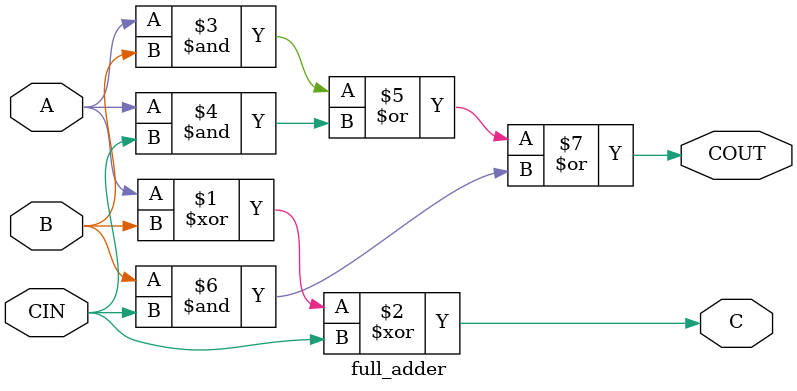
<source format=v>
module fp_mult(A,B,clk,reset,C,done,flow);
    input [31:0] A,B;
    input clk;
    input reset;
    output [31:0] C;
    output done, flow;
    // state name
    parameter step1 = 3'b000;
    parameter step2 = 3'b001;
    parameter step3 = 3'b010;
    parameter step4 = 3'b011;
    parameter step5 = 3'b100;
    parameter step6 = 3'b101;
    parameter step7 = 3'b110;
    parameter step8 = 3'b111;
    parameter normal = 2'b00;
    parameter overflow = 2'b01;
    parameter underflow = 2'b10;
    
    reg [2:0] state;
    reg [1:0] r_flow;
    reg r_done;
    
    reg c1_out;
    reg [8:0] c2_out;
    reg [47:0] c3_out_b;
    reg [24:0] c3_out_s;
    
    reg [23:0] a_mult, b_mult;
    reg start;
    
    wire [47:0] c_mult;
    wire done_mult;
    
    wire a1_in = A[31];
    wire b1_in = B[31];
    wire [7:0] a2_in = A[30:23];
    wire [7:0] b2_in = B[30:23];
    wire [22:0] a3_in = A[22:0];
    wire [22:0] b3_in = B[22:0];
    
    assign flow = r_flow;
    assign done = r_done;
    assign C = {c1_out, c2_out[7:0], c3_out_s[22:0]};
    
    bit24_mult mult(a_mult, b_mult, clk, reset, start, c_mult, done_mult);
    
    always @(posedge clk)
    begin
        // initialize
        if (reset)
        begin
            r_flow <= 2'b00;
            r_done <= 1'b0;
            c1_out <= 1'b0;
            c2_out <= 9'b0;
            c3_out_s <= 25'b0;
            c3_out_b <= 48'b0;
            a_mult <= 24'b0;
            b_mult <= 24'b0;
            start <= 1'b0;
			state <= step1;
        end 
        else
        begin
            case (state)
                // underflow or not
                step1:
                begin
                    if (a2_in + b2_in < 127)
                    begin
                    r_flow <= 2'b10;
                    state <= step8;
                    end
                    else
                    begin
                    state <= step2;
                    end
                end
                // assignment inputs
                step2:
                begin
                    c1_out <= a1_in ^ b1_in;
                    c2_out <= a2_in + b2_in - 127;
                    a_mult <= {1'b1, a3_in};
                    b_mult <= {1'b1, b3_in};
                    start <= 1'b1;
                    state <= step3;
                end
                // assignment outputs
                step3:
                begin
                    if (done_mult)
                    begin
                        c3_out_b <= c_mult;
                        state <= step4;
                    end
                    start <= 1'b0;
                end
                // normalize
                step4:
                begin
                    if (c3_out_b[47])
                    begin
                        c3_out_b <= c3_out_b >> 1;
                        c2_out <= c2_out + 1;
                    end
                    state <= step5;
                end
                // overflow or not
                step5:
                begin
                    if (c2_out >= 255)
                    begin
		                r_flow <= 2'b01;
                        state <= step8;
                    end
                    else
                    begin
                        // round-off
                        if (c3_out_b[22])
                        begin
                            c3_out_s <= c3_out_b[47:23] + 1;
                            state <= step6;
                        end
                        else 
                        begin
                            c3_out_s <= c3_out_b[47:23];
                            state <= step7;
                        end
                    end
                end
                // ready to re-normalize
                step6: 
                begin
                    c3_out_b <= {c3_out_s, 23'b0};
                    state <= step4;
                end
                // done
                step7: r_done <= 1'b1;
                // exception handing
                step8:
                begin
                    c1_out <= 1'b0;
                    c2_out <= 9'b0;
                    c3_out_s <= 25'b0;
                    state <= step7;
                end
            endcase
        end
    end
endmodule

module bit24_mult(A,B,clk,reset,start,C,done);
    input [23:0] A,B;
    input clk;
    input start, reset;
    output [47:0] C;
    output done;
    // state name
    parameter step1 = 2'b00;
    parameter step2 = 2'b01;
    parameter step3 = 2'b10;
    
    reg [1:0] state;
    reg [5:0] counter;
    reg r_done;
    reg [47:0] r_c;
    
    reg [23:0] P, PA;
    
    reg[23:0] a_add, b_add;
    reg cin;
    
    wire [23:0] c_add;
    wire cout_add;
    
    assign C = r_c;
    assign done = r_done;
    
    bit24_select_adder adder(a_add, b_add, cin, c_add, cout_add);
    
    always@(posedge clk)
    begin
        // reset
        if (reset)
        begin
            counter <= 0;
            r_done <= 1'b0;
            P <= 24'b0;
            PA <= 24'b0;
            a_add <= 24'b0;
            b_add <= 24'b0;
            cin <= 1'b0;
            state <= step1;
        end
        else
        begin
            case (state)
                // initialze registers
                step1:
                begin
                    if (start)
                    begin
                    counter <= 0;
                    P <= 24'b0;
                    PA <= A;
                    state <= step2;
                    end
                end
                // assignment input and output
                step2:
                begin
                    if (counter == 24)
                    begin
                        r_c <= {P, PA};
                        r_done <= 1'b1;
                        state <= step1;
                    end
                    else
                    begin
                        counter <= counter + 1;
                        a_add <= {24{PA[0]}} & B;
                        b_add <= P[23:0];
                        state <= step3;
                    end
                end
                // assignment output of adder
                step3:
                begin
                    P <= {cout_add, c_add[23:1]};
                    PA <= {c_add[0], PA[23:1]};
                    state <= step2;
                end
            endcase
        end
    end
endmodule

module bit24_select_adder(A,B,CIN,C,COUT);
    input [23:0] A,B;
    input CIN;
    output [23:0] C;
    output COUT;
    wire [5:0] TC;
    bit4_select_adder adder1(A[3:0],B[3:0],C[3:0],CIN,TC[0]);
    bit4_select_adder adder2(A[7:4],B[7:4],C[7:4],TC[0],TC[1]);
    bit4_select_adder adder3(A[11:8],B[11:8],C[11:8],TC[1],TC[2]);
    bit4_select_adder adder4(A[15:12],B[15:12],C[15:12],TC[2],TC[3]);
    bit4_select_adder adder5(A[19:16],B[19:16],C[19:16],TC[3],TC[4]);
    bit4_select_adder adder6(A[23:20],B[23:20],C[23:20],TC[4],TC[5]);
    assign COUT = TC[5];
endmodule

module bit4_select_adder(A,B,C,CIN,COUT);
    input [3:0] A,B;
    input CIN;
    output [3:0] C;
    output COUT;
    wire COUTG,COUTV;
    wire [3:0] CG,CV;
    parameter GROUND = 1'b0;
    parameter VDD = 1'b1;
    bit4_adder adder1(A,B,CG,GROUND,COUTG);
    bit4_adder adder2(A,B,CV,VDD,COUTV);
    adder_mux mux1(CG[0],CV[0],CIN,C[0]);
    adder_mux mux2(CG[1],CV[1],CIN,C[1]);
    adder_mux mux3(CG[2],CV[2],CIN,C[2]);
    adder_mux mux4(CG[3],CV[3],CIN,C[3]);
    adder_mux mux5(COUTG,COUTV,CIN,COUT);
endmodule

module adder_mux(CG,CV,CIN,C);
    input CG,CV,CIN;
    output C;
    assign C = (CIN) ? CV : CG;
endmodule 
    

module bit4_adder(A,B,C,CIN,COUT);
    input [3:0] A,B;
    input CIN;
    output [3:0] C;
    output COUT;
    wire [2:0] TC;
    full_adder adder1(A[0],B[0],C[0],CIN,TC[0]);
    full_adder adder2(A[1],B[1],C[1],TC[0],TC[1]);
    full_adder adder3(A[2],B[2],C[2],TC[1],TC[2]);
    full_adder adder4(A[3],B[3],C[3],TC[2],COUT);
endmodule

module full_adder(A,B,C,CIN,COUT);
    input A,B,CIN;
    output C,COUT;
    assign C = A ^ B ^ CIN;
    assign COUT = (A & B) | (A & CIN) | (B & CIN);
endmodule

</source>
